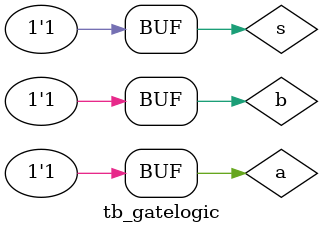
<source format=v>
`timescale 1ns / 100ps
module tb_gatelogic();//test banch gatelogic

reg a;//a in
reg b;//b in
reg s;//s in
wire z;//z out
gatelogic test(a,b,s,z);//test gatelogic variable
initial// reset
begin //start
	a=0; b=0; s=0;
#10	s=!s; a=0; b=1;//10ns delay-> s=0, a=0, b=1
#10	s=!s; a=1; b=0;//10ns delay-> s=0, a=1, b=0
#10	s=!s; a=1; b=1;//10ns delay-> s=0, a=1, b=1
#10	s=!s; a=0; b=0;//10ns delay-> s=1, a=0, b=0
#10	s=!s; a=0; b=1;//10ns delay-> s=1, a=0, b=1
#10	s=!s; a=1; b=0;//10ns delay-> s=1, a=1, b=0
#10	s=!s; a=1; b=1;//10ns delay-> s=1, a=1, b=1

end //end

endmodule

</source>
